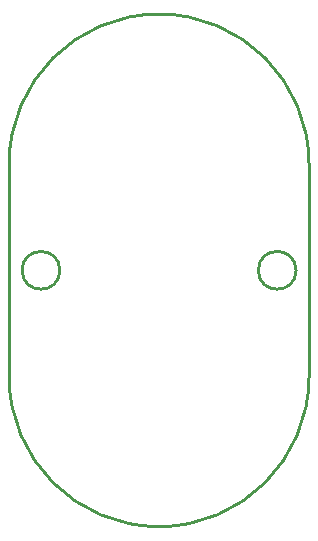
<source format=gbr>
%TF.GenerationSoftware,KiCad,Pcbnew,9.0.5*%
%TF.CreationDate,2025-11-12T12:14:19+01:00*%
%TF.ProjectId,Control board,436f6e74-726f-46c2-9062-6f6172642e6b,rev?*%
%TF.SameCoordinates,Original*%
%TF.FileFunction,Profile,NP*%
%FSLAX46Y46*%
G04 Gerber Fmt 4.6, Leading zero omitted, Abs format (unit mm)*
G04 Created by KiCad (PCBNEW 9.0.5) date 2025-11-12 12:14:19*
%MOMM*%
%LPD*%
G01*
G04 APERTURE LIST*
%TA.AperFunction,Profile*%
%ADD10C,0.250000*%
%TD*%
G04 APERTURE END LIST*
D10*
X62700000Y-59000001D02*
G75*
G02*
X37300000Y-59000001I-12700000J0D01*
G01*
X37299998Y-41000000D02*
G75*
G02*
X62700000Y-41000000I12700001J0D01*
G01*
X41600000Y-50000001D02*
G75*
G02*
X38400000Y-50000001I-1600000J0D01*
G01*
X38400000Y-50000001D02*
G75*
G02*
X41600000Y-50000001I1600000J0D01*
G01*
X62700000Y-41000001D02*
X62700000Y-59000001D01*
X61600000Y-50000001D02*
G75*
G02*
X58400000Y-50000001I-1600000J0D01*
G01*
X58400000Y-50000001D02*
G75*
G02*
X61600000Y-50000001I1600000J0D01*
G01*
X37300000Y-59000001D02*
X37300000Y-41000000D01*
M02*

</source>
